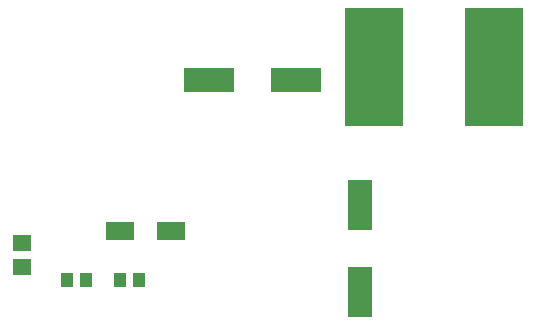
<source format=gtp>
G04*
G04 #@! TF.GenerationSoftware,Altium Limited,Altium Designer,18.0.9 (584)*
G04*
G04 Layer_Color=8421504*
%FSLAX25Y25*%
%MOIN*%
G70*
G01*
G75*
%ADD15R,0.03937X0.05118*%
%ADD16R,0.19685X0.39370*%
%ADD17R,0.09173X0.06142*%
%ADD18R,0.08268X0.16535*%
%ADD19R,0.05906X0.05512*%
%ADD20R,0.16535X0.08268*%
D15*
X30709Y15748D02*
D03*
X37008D02*
D03*
X48425D02*
D03*
X54724D02*
D03*
D16*
X173051Y86721D02*
D03*
X133051D02*
D03*
D17*
X65315Y31791D02*
D03*
X48465D02*
D03*
D18*
X128386Y40567D02*
D03*
Y11433D02*
D03*
D19*
X15551Y27854D02*
D03*
Y19980D02*
D03*
D20*
X106988Y82382D02*
D03*
X77854D02*
D03*
M02*

</source>
